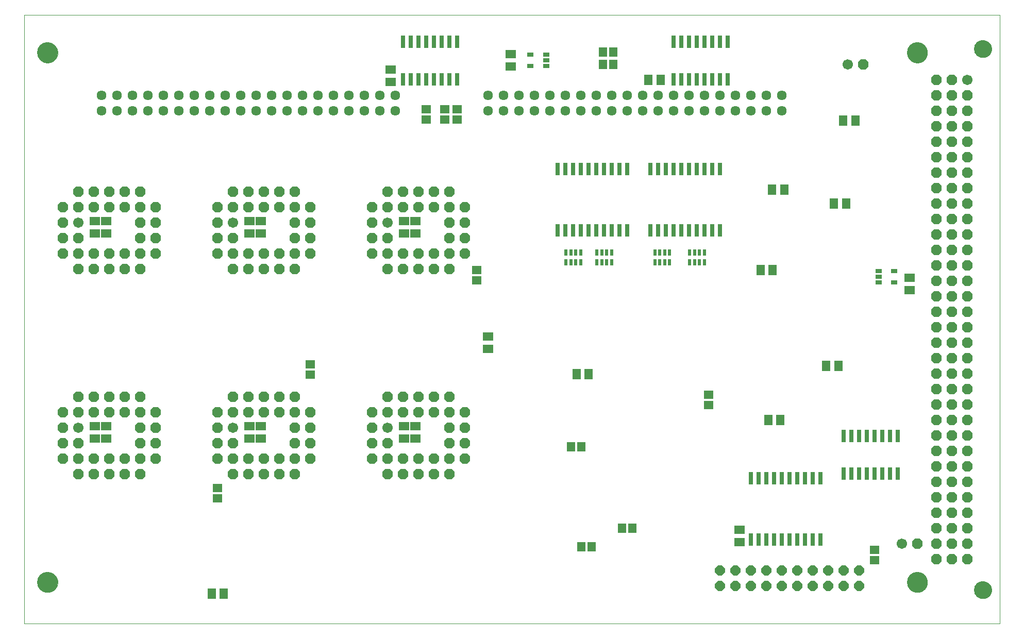
<source format=gbs>
G75*
%MOIN*%
%OFA0B0*%
%FSLAX25Y25*%
%IPPOS*%
%LPD*%
%AMOC8*
5,1,8,0,0,1.08239X$1,22.5*
%
%ADD10R,0.03000X0.08400*%
%ADD11C,0.06700*%
%ADD12OC8,0.06700*%
%ADD13R,0.06699X0.05518*%
%ADD14R,0.06306X0.05518*%
%ADD15R,0.05518X0.06306*%
%ADD16C,0.00000*%
%ADD17C,0.11400*%
%ADD18R,0.04298X0.03117*%
%ADD19R,0.05518X0.06699*%
%ADD20C,0.06337*%
%ADD21C,0.13400*%
%ADD22R,0.02362X0.03937*%
%ADD23OC8,0.06337*%
D10*
X0393333Y0328800D03*
X0398333Y0328800D03*
X0403333Y0328800D03*
X0408333Y0328800D03*
X0413333Y0328800D03*
X0418333Y0328800D03*
X0423333Y0328800D03*
X0428333Y0328800D03*
X0433333Y0328800D03*
X0438333Y0328800D03*
X0453333Y0328800D03*
X0458333Y0328800D03*
X0463333Y0328800D03*
X0468333Y0328800D03*
X0473333Y0328800D03*
X0478333Y0328800D03*
X0483333Y0328800D03*
X0488333Y0328800D03*
X0493333Y0328800D03*
X0498333Y0328800D03*
X0498333Y0368400D03*
X0493333Y0368400D03*
X0488333Y0368400D03*
X0483333Y0368400D03*
X0478333Y0368400D03*
X0473333Y0368400D03*
X0468333Y0368400D03*
X0463333Y0368400D03*
X0458333Y0368400D03*
X0453333Y0368400D03*
X0438333Y0368400D03*
X0433333Y0368400D03*
X0428333Y0368400D03*
X0423333Y0368400D03*
X0418333Y0368400D03*
X0413333Y0368400D03*
X0408333Y0368400D03*
X0403333Y0368400D03*
X0398333Y0368400D03*
X0393333Y0368400D03*
X0328333Y0426500D03*
X0323333Y0426500D03*
X0318333Y0426500D03*
X0313333Y0426500D03*
X0308333Y0426500D03*
X0303333Y0426500D03*
X0298333Y0426500D03*
X0293333Y0426500D03*
X0293333Y0450700D03*
X0298333Y0450700D03*
X0303333Y0450700D03*
X0308333Y0450700D03*
X0313333Y0450700D03*
X0318333Y0450700D03*
X0323333Y0450700D03*
X0328333Y0450700D03*
X0468333Y0450700D03*
X0473333Y0450700D03*
X0478333Y0450700D03*
X0483333Y0450700D03*
X0488333Y0450700D03*
X0493333Y0450700D03*
X0498333Y0450700D03*
X0503333Y0450700D03*
X0503333Y0426500D03*
X0498333Y0426500D03*
X0493333Y0426500D03*
X0488333Y0426500D03*
X0483333Y0426500D03*
X0478333Y0426500D03*
X0473333Y0426500D03*
X0468333Y0426500D03*
X0578333Y0195700D03*
X0583333Y0195700D03*
X0588333Y0195700D03*
X0593333Y0195700D03*
X0598333Y0195700D03*
X0603333Y0195700D03*
X0608333Y0195700D03*
X0613333Y0195700D03*
X0613333Y0171500D03*
X0608333Y0171500D03*
X0603333Y0171500D03*
X0598333Y0171500D03*
X0593333Y0171500D03*
X0588333Y0171500D03*
X0583333Y0171500D03*
X0578333Y0171500D03*
X0563333Y0168400D03*
X0558333Y0168400D03*
X0553333Y0168400D03*
X0548333Y0168400D03*
X0543333Y0168400D03*
X0538333Y0168400D03*
X0533333Y0168400D03*
X0528333Y0168400D03*
X0523333Y0168400D03*
X0518333Y0168400D03*
X0518333Y0128800D03*
X0523333Y0128800D03*
X0528333Y0128800D03*
X0533333Y0128800D03*
X0538333Y0128800D03*
X0543333Y0128800D03*
X0548333Y0128800D03*
X0553333Y0128800D03*
X0558333Y0128800D03*
X0563333Y0128800D03*
D11*
X0615833Y0126100D03*
X0283333Y0201100D03*
X0183333Y0201100D03*
X0083333Y0201100D03*
X0083333Y0333600D03*
X0183333Y0333600D03*
X0283333Y0333600D03*
X0580833Y0436100D03*
X0658333Y0426100D03*
D12*
X0648333Y0426100D03*
X0638333Y0426100D03*
X0638333Y0416100D03*
X0638333Y0406100D03*
X0638333Y0396100D03*
X0638333Y0386100D03*
X0638333Y0376100D03*
X0638333Y0366100D03*
X0638333Y0356100D03*
X0638333Y0346100D03*
X0638333Y0336100D03*
X0638333Y0326100D03*
X0638333Y0316100D03*
X0638333Y0306100D03*
X0638333Y0296100D03*
X0638333Y0286100D03*
X0638333Y0276100D03*
X0638333Y0266100D03*
X0638333Y0256100D03*
X0638333Y0246100D03*
X0638333Y0236100D03*
X0638333Y0226100D03*
X0638333Y0216100D03*
X0638333Y0206100D03*
X0638333Y0196100D03*
X0638333Y0186100D03*
X0638333Y0176100D03*
X0638333Y0166100D03*
X0638333Y0156100D03*
X0638333Y0146100D03*
X0638333Y0136100D03*
X0638333Y0126100D03*
X0625833Y0126100D03*
X0638333Y0116100D03*
X0648333Y0116100D03*
X0658333Y0116100D03*
X0658333Y0126100D03*
X0648333Y0126100D03*
X0648333Y0136100D03*
X0648333Y0146100D03*
X0658333Y0146100D03*
X0658333Y0136100D03*
X0658333Y0156100D03*
X0648333Y0156100D03*
X0648333Y0166100D03*
X0658333Y0166100D03*
X0658333Y0176100D03*
X0648333Y0176100D03*
X0648333Y0186100D03*
X0658333Y0186100D03*
X0658333Y0196100D03*
X0648333Y0196100D03*
X0648333Y0206100D03*
X0648333Y0216100D03*
X0658333Y0216100D03*
X0658333Y0206100D03*
X0658333Y0226100D03*
X0648333Y0226100D03*
X0648333Y0236100D03*
X0658333Y0236100D03*
X0658333Y0246100D03*
X0648333Y0246100D03*
X0648333Y0256100D03*
X0658333Y0256100D03*
X0658333Y0266100D03*
X0648333Y0266100D03*
X0648333Y0276100D03*
X0658333Y0276100D03*
X0658333Y0286100D03*
X0648333Y0286100D03*
X0648333Y0296100D03*
X0658333Y0296100D03*
X0658333Y0306100D03*
X0648333Y0306100D03*
X0648333Y0316100D03*
X0658333Y0316100D03*
X0658333Y0326100D03*
X0648333Y0326100D03*
X0648333Y0336100D03*
X0658333Y0336100D03*
X0658333Y0346100D03*
X0648333Y0346100D03*
X0648333Y0356100D03*
X0658333Y0356100D03*
X0658333Y0366100D03*
X0648333Y0366100D03*
X0648333Y0376100D03*
X0658333Y0376100D03*
X0658333Y0386100D03*
X0648333Y0386100D03*
X0648333Y0396100D03*
X0648333Y0406100D03*
X0658333Y0406100D03*
X0658333Y0396100D03*
X0658333Y0416100D03*
X0648333Y0416100D03*
X0590833Y0436100D03*
X0333333Y0343600D03*
X0323333Y0343600D03*
X0313333Y0343600D03*
X0303333Y0343600D03*
X0293333Y0343600D03*
X0283333Y0343600D03*
X0273333Y0343600D03*
X0273333Y0333600D03*
X0273333Y0323600D03*
X0283333Y0323600D03*
X0283333Y0313600D03*
X0273333Y0313600D03*
X0283333Y0303600D03*
X0293333Y0303600D03*
X0303333Y0303600D03*
X0303333Y0313600D03*
X0293333Y0313600D03*
X0313333Y0313600D03*
X0323333Y0313600D03*
X0333333Y0313600D03*
X0333333Y0323600D03*
X0323333Y0323600D03*
X0323333Y0333600D03*
X0333333Y0333600D03*
X0323333Y0353600D03*
X0313333Y0353600D03*
X0303333Y0353600D03*
X0293333Y0353600D03*
X0283333Y0353600D03*
X0233333Y0343600D03*
X0223333Y0343600D03*
X0213333Y0343600D03*
X0203333Y0343600D03*
X0193333Y0343600D03*
X0183333Y0343600D03*
X0173333Y0343600D03*
X0173333Y0333600D03*
X0173333Y0323600D03*
X0183333Y0323600D03*
X0183333Y0313600D03*
X0173333Y0313600D03*
X0183333Y0303600D03*
X0193333Y0303600D03*
X0203333Y0303600D03*
X0203333Y0313600D03*
X0193333Y0313600D03*
X0213333Y0313600D03*
X0223333Y0313600D03*
X0233333Y0313600D03*
X0233333Y0323600D03*
X0223333Y0323600D03*
X0223333Y0333600D03*
X0233333Y0333600D03*
X0223333Y0353600D03*
X0213333Y0353600D03*
X0203333Y0353600D03*
X0193333Y0353600D03*
X0183333Y0353600D03*
X0133333Y0343600D03*
X0123333Y0343600D03*
X0113333Y0343600D03*
X0103333Y0343600D03*
X0093333Y0343600D03*
X0083333Y0343600D03*
X0073333Y0343600D03*
X0073333Y0333600D03*
X0073333Y0323600D03*
X0083333Y0323600D03*
X0083333Y0313600D03*
X0073333Y0313600D03*
X0083333Y0303600D03*
X0093333Y0303600D03*
X0103333Y0303600D03*
X0113333Y0303600D03*
X0113333Y0313600D03*
X0103333Y0313600D03*
X0093333Y0313600D03*
X0123333Y0313600D03*
X0133333Y0313600D03*
X0133333Y0323600D03*
X0123333Y0323600D03*
X0123333Y0333600D03*
X0133333Y0333600D03*
X0123333Y0353600D03*
X0113333Y0353600D03*
X0103333Y0353600D03*
X0093333Y0353600D03*
X0083333Y0353600D03*
X0123333Y0303600D03*
X0213333Y0303600D03*
X0223333Y0303600D03*
X0313333Y0303600D03*
X0323333Y0303600D03*
X0323333Y0221100D03*
X0313333Y0221100D03*
X0303333Y0221100D03*
X0293333Y0221100D03*
X0283333Y0221100D03*
X0283333Y0211100D03*
X0273333Y0211100D03*
X0273333Y0201100D03*
X0273333Y0191100D03*
X0283333Y0191100D03*
X0283333Y0181100D03*
X0273333Y0181100D03*
X0283333Y0171100D03*
X0293333Y0171100D03*
X0303333Y0171100D03*
X0303333Y0181100D03*
X0293333Y0181100D03*
X0313333Y0181100D03*
X0323333Y0181100D03*
X0333333Y0181100D03*
X0333333Y0191100D03*
X0323333Y0191100D03*
X0323333Y0201100D03*
X0323333Y0211100D03*
X0313333Y0211100D03*
X0303333Y0211100D03*
X0293333Y0211100D03*
X0333333Y0211100D03*
X0333333Y0201100D03*
X0323333Y0171100D03*
X0313333Y0171100D03*
X0233333Y0181100D03*
X0223333Y0181100D03*
X0213333Y0181100D03*
X0203333Y0181100D03*
X0193333Y0181100D03*
X0183333Y0181100D03*
X0173333Y0181100D03*
X0173333Y0191100D03*
X0183333Y0191100D03*
X0173333Y0201100D03*
X0173333Y0211100D03*
X0183333Y0211100D03*
X0183333Y0221100D03*
X0193333Y0221100D03*
X0203333Y0221100D03*
X0203333Y0211100D03*
X0193333Y0211100D03*
X0213333Y0211100D03*
X0223333Y0211100D03*
X0223333Y0201100D03*
X0233333Y0201100D03*
X0233333Y0211100D03*
X0223333Y0221100D03*
X0213333Y0221100D03*
X0223333Y0191100D03*
X0233333Y0191100D03*
X0223333Y0171100D03*
X0213333Y0171100D03*
X0203333Y0171100D03*
X0193333Y0171100D03*
X0183333Y0171100D03*
X0133333Y0181100D03*
X0123333Y0181100D03*
X0113333Y0181100D03*
X0103333Y0181100D03*
X0093333Y0181100D03*
X0083333Y0181100D03*
X0073333Y0181100D03*
X0073333Y0191100D03*
X0083333Y0191100D03*
X0073333Y0201100D03*
X0073333Y0211100D03*
X0083333Y0211100D03*
X0083333Y0221100D03*
X0093333Y0221100D03*
X0103333Y0221100D03*
X0113333Y0221100D03*
X0113333Y0211100D03*
X0103333Y0211100D03*
X0093333Y0211100D03*
X0123333Y0211100D03*
X0123333Y0201100D03*
X0133333Y0201100D03*
X0133333Y0211100D03*
X0123333Y0221100D03*
X0123333Y0191100D03*
X0133333Y0191100D03*
X0123333Y0171100D03*
X0113333Y0171100D03*
X0103333Y0171100D03*
X0093333Y0171100D03*
X0083333Y0171100D03*
D13*
X0093833Y0194163D03*
X0101333Y0194163D03*
X0101333Y0202037D03*
X0093833Y0202037D03*
X0193833Y0202037D03*
X0201333Y0202037D03*
X0201333Y0194163D03*
X0193833Y0194163D03*
X0293833Y0194163D03*
X0301333Y0194163D03*
X0301333Y0202037D03*
X0293833Y0202037D03*
X0348333Y0252163D03*
X0348333Y0260037D03*
X0301333Y0326663D03*
X0293833Y0326663D03*
X0293833Y0334537D03*
X0301333Y0334537D03*
X0201333Y0334537D03*
X0193833Y0334537D03*
X0193833Y0326663D03*
X0201333Y0326663D03*
X0101333Y0326663D03*
X0093833Y0326663D03*
X0093833Y0334537D03*
X0101333Y0334537D03*
X0285333Y0424663D03*
X0285333Y0432537D03*
X0362833Y0434663D03*
X0362833Y0442537D03*
X0620833Y0298037D03*
X0620833Y0290163D03*
X0510833Y0135037D03*
X0510833Y0127163D03*
D14*
X0598333Y0121946D03*
X0598333Y0115254D03*
X0490833Y0215754D03*
X0490833Y0222446D03*
X0340833Y0296254D03*
X0340833Y0302946D03*
X0233333Y0241946D03*
X0233333Y0235254D03*
X0173333Y0161946D03*
X0173333Y0155254D03*
X0308333Y0400254D03*
X0308333Y0406946D03*
X0320333Y0406946D03*
X0328333Y0406946D03*
X0328333Y0400254D03*
X0320333Y0400254D03*
D15*
X0422487Y0436100D03*
X0429180Y0436100D03*
X0429180Y0444100D03*
X0422487Y0444100D03*
X0408680Y0188600D03*
X0401987Y0188600D03*
X0434987Y0136100D03*
X0441680Y0136100D03*
X0415180Y0124100D03*
X0408487Y0124100D03*
D16*
X0048333Y0074200D02*
X0048333Y0468000D01*
X0679333Y0468000D01*
X0679333Y0074200D01*
X0048333Y0074200D01*
X0056833Y0101100D02*
X0056835Y0101261D01*
X0056841Y0101421D01*
X0056851Y0101582D01*
X0056865Y0101742D01*
X0056883Y0101902D01*
X0056904Y0102061D01*
X0056930Y0102220D01*
X0056960Y0102378D01*
X0056993Y0102535D01*
X0057031Y0102692D01*
X0057072Y0102847D01*
X0057117Y0103001D01*
X0057166Y0103154D01*
X0057219Y0103306D01*
X0057275Y0103457D01*
X0057336Y0103606D01*
X0057399Y0103754D01*
X0057467Y0103900D01*
X0057538Y0104044D01*
X0057612Y0104186D01*
X0057690Y0104327D01*
X0057772Y0104465D01*
X0057857Y0104602D01*
X0057945Y0104736D01*
X0058037Y0104868D01*
X0058132Y0104998D01*
X0058230Y0105126D01*
X0058331Y0105251D01*
X0058435Y0105373D01*
X0058542Y0105493D01*
X0058652Y0105610D01*
X0058765Y0105725D01*
X0058881Y0105836D01*
X0059000Y0105945D01*
X0059121Y0106050D01*
X0059245Y0106153D01*
X0059371Y0106253D01*
X0059499Y0106349D01*
X0059630Y0106442D01*
X0059764Y0106532D01*
X0059899Y0106619D01*
X0060037Y0106702D01*
X0060176Y0106782D01*
X0060318Y0106858D01*
X0060461Y0106931D01*
X0060606Y0107000D01*
X0060753Y0107066D01*
X0060901Y0107128D01*
X0061051Y0107186D01*
X0061202Y0107241D01*
X0061355Y0107292D01*
X0061509Y0107339D01*
X0061664Y0107382D01*
X0061820Y0107421D01*
X0061976Y0107457D01*
X0062134Y0107488D01*
X0062292Y0107516D01*
X0062451Y0107540D01*
X0062611Y0107560D01*
X0062771Y0107576D01*
X0062931Y0107588D01*
X0063092Y0107596D01*
X0063253Y0107600D01*
X0063413Y0107600D01*
X0063574Y0107596D01*
X0063735Y0107588D01*
X0063895Y0107576D01*
X0064055Y0107560D01*
X0064215Y0107540D01*
X0064374Y0107516D01*
X0064532Y0107488D01*
X0064690Y0107457D01*
X0064846Y0107421D01*
X0065002Y0107382D01*
X0065157Y0107339D01*
X0065311Y0107292D01*
X0065464Y0107241D01*
X0065615Y0107186D01*
X0065765Y0107128D01*
X0065913Y0107066D01*
X0066060Y0107000D01*
X0066205Y0106931D01*
X0066348Y0106858D01*
X0066490Y0106782D01*
X0066629Y0106702D01*
X0066767Y0106619D01*
X0066902Y0106532D01*
X0067036Y0106442D01*
X0067167Y0106349D01*
X0067295Y0106253D01*
X0067421Y0106153D01*
X0067545Y0106050D01*
X0067666Y0105945D01*
X0067785Y0105836D01*
X0067901Y0105725D01*
X0068014Y0105610D01*
X0068124Y0105493D01*
X0068231Y0105373D01*
X0068335Y0105251D01*
X0068436Y0105126D01*
X0068534Y0104998D01*
X0068629Y0104868D01*
X0068721Y0104736D01*
X0068809Y0104602D01*
X0068894Y0104465D01*
X0068976Y0104327D01*
X0069054Y0104186D01*
X0069128Y0104044D01*
X0069199Y0103900D01*
X0069267Y0103754D01*
X0069330Y0103606D01*
X0069391Y0103457D01*
X0069447Y0103306D01*
X0069500Y0103154D01*
X0069549Y0103001D01*
X0069594Y0102847D01*
X0069635Y0102692D01*
X0069673Y0102535D01*
X0069706Y0102378D01*
X0069736Y0102220D01*
X0069762Y0102061D01*
X0069783Y0101902D01*
X0069801Y0101742D01*
X0069815Y0101582D01*
X0069825Y0101421D01*
X0069831Y0101261D01*
X0069833Y0101100D01*
X0069831Y0100939D01*
X0069825Y0100779D01*
X0069815Y0100618D01*
X0069801Y0100458D01*
X0069783Y0100298D01*
X0069762Y0100139D01*
X0069736Y0099980D01*
X0069706Y0099822D01*
X0069673Y0099665D01*
X0069635Y0099508D01*
X0069594Y0099353D01*
X0069549Y0099199D01*
X0069500Y0099046D01*
X0069447Y0098894D01*
X0069391Y0098743D01*
X0069330Y0098594D01*
X0069267Y0098446D01*
X0069199Y0098300D01*
X0069128Y0098156D01*
X0069054Y0098014D01*
X0068976Y0097873D01*
X0068894Y0097735D01*
X0068809Y0097598D01*
X0068721Y0097464D01*
X0068629Y0097332D01*
X0068534Y0097202D01*
X0068436Y0097074D01*
X0068335Y0096949D01*
X0068231Y0096827D01*
X0068124Y0096707D01*
X0068014Y0096590D01*
X0067901Y0096475D01*
X0067785Y0096364D01*
X0067666Y0096255D01*
X0067545Y0096150D01*
X0067421Y0096047D01*
X0067295Y0095947D01*
X0067167Y0095851D01*
X0067036Y0095758D01*
X0066902Y0095668D01*
X0066767Y0095581D01*
X0066629Y0095498D01*
X0066490Y0095418D01*
X0066348Y0095342D01*
X0066205Y0095269D01*
X0066060Y0095200D01*
X0065913Y0095134D01*
X0065765Y0095072D01*
X0065615Y0095014D01*
X0065464Y0094959D01*
X0065311Y0094908D01*
X0065157Y0094861D01*
X0065002Y0094818D01*
X0064846Y0094779D01*
X0064690Y0094743D01*
X0064532Y0094712D01*
X0064374Y0094684D01*
X0064215Y0094660D01*
X0064055Y0094640D01*
X0063895Y0094624D01*
X0063735Y0094612D01*
X0063574Y0094604D01*
X0063413Y0094600D01*
X0063253Y0094600D01*
X0063092Y0094604D01*
X0062931Y0094612D01*
X0062771Y0094624D01*
X0062611Y0094640D01*
X0062451Y0094660D01*
X0062292Y0094684D01*
X0062134Y0094712D01*
X0061976Y0094743D01*
X0061820Y0094779D01*
X0061664Y0094818D01*
X0061509Y0094861D01*
X0061355Y0094908D01*
X0061202Y0094959D01*
X0061051Y0095014D01*
X0060901Y0095072D01*
X0060753Y0095134D01*
X0060606Y0095200D01*
X0060461Y0095269D01*
X0060318Y0095342D01*
X0060176Y0095418D01*
X0060037Y0095498D01*
X0059899Y0095581D01*
X0059764Y0095668D01*
X0059630Y0095758D01*
X0059499Y0095851D01*
X0059371Y0095947D01*
X0059245Y0096047D01*
X0059121Y0096150D01*
X0059000Y0096255D01*
X0058881Y0096364D01*
X0058765Y0096475D01*
X0058652Y0096590D01*
X0058542Y0096707D01*
X0058435Y0096827D01*
X0058331Y0096949D01*
X0058230Y0097074D01*
X0058132Y0097202D01*
X0058037Y0097332D01*
X0057945Y0097464D01*
X0057857Y0097598D01*
X0057772Y0097735D01*
X0057690Y0097873D01*
X0057612Y0098014D01*
X0057538Y0098156D01*
X0057467Y0098300D01*
X0057399Y0098446D01*
X0057336Y0098594D01*
X0057275Y0098743D01*
X0057219Y0098894D01*
X0057166Y0099046D01*
X0057117Y0099199D01*
X0057072Y0099353D01*
X0057031Y0099508D01*
X0056993Y0099665D01*
X0056960Y0099822D01*
X0056930Y0099980D01*
X0056904Y0100139D01*
X0056883Y0100298D01*
X0056865Y0100458D01*
X0056851Y0100618D01*
X0056841Y0100779D01*
X0056835Y0100939D01*
X0056833Y0101100D01*
X0056833Y0443600D02*
X0056835Y0443761D01*
X0056841Y0443921D01*
X0056851Y0444082D01*
X0056865Y0444242D01*
X0056883Y0444402D01*
X0056904Y0444561D01*
X0056930Y0444720D01*
X0056960Y0444878D01*
X0056993Y0445035D01*
X0057031Y0445192D01*
X0057072Y0445347D01*
X0057117Y0445501D01*
X0057166Y0445654D01*
X0057219Y0445806D01*
X0057275Y0445957D01*
X0057336Y0446106D01*
X0057399Y0446254D01*
X0057467Y0446400D01*
X0057538Y0446544D01*
X0057612Y0446686D01*
X0057690Y0446827D01*
X0057772Y0446965D01*
X0057857Y0447102D01*
X0057945Y0447236D01*
X0058037Y0447368D01*
X0058132Y0447498D01*
X0058230Y0447626D01*
X0058331Y0447751D01*
X0058435Y0447873D01*
X0058542Y0447993D01*
X0058652Y0448110D01*
X0058765Y0448225D01*
X0058881Y0448336D01*
X0059000Y0448445D01*
X0059121Y0448550D01*
X0059245Y0448653D01*
X0059371Y0448753D01*
X0059499Y0448849D01*
X0059630Y0448942D01*
X0059764Y0449032D01*
X0059899Y0449119D01*
X0060037Y0449202D01*
X0060176Y0449282D01*
X0060318Y0449358D01*
X0060461Y0449431D01*
X0060606Y0449500D01*
X0060753Y0449566D01*
X0060901Y0449628D01*
X0061051Y0449686D01*
X0061202Y0449741D01*
X0061355Y0449792D01*
X0061509Y0449839D01*
X0061664Y0449882D01*
X0061820Y0449921D01*
X0061976Y0449957D01*
X0062134Y0449988D01*
X0062292Y0450016D01*
X0062451Y0450040D01*
X0062611Y0450060D01*
X0062771Y0450076D01*
X0062931Y0450088D01*
X0063092Y0450096D01*
X0063253Y0450100D01*
X0063413Y0450100D01*
X0063574Y0450096D01*
X0063735Y0450088D01*
X0063895Y0450076D01*
X0064055Y0450060D01*
X0064215Y0450040D01*
X0064374Y0450016D01*
X0064532Y0449988D01*
X0064690Y0449957D01*
X0064846Y0449921D01*
X0065002Y0449882D01*
X0065157Y0449839D01*
X0065311Y0449792D01*
X0065464Y0449741D01*
X0065615Y0449686D01*
X0065765Y0449628D01*
X0065913Y0449566D01*
X0066060Y0449500D01*
X0066205Y0449431D01*
X0066348Y0449358D01*
X0066490Y0449282D01*
X0066629Y0449202D01*
X0066767Y0449119D01*
X0066902Y0449032D01*
X0067036Y0448942D01*
X0067167Y0448849D01*
X0067295Y0448753D01*
X0067421Y0448653D01*
X0067545Y0448550D01*
X0067666Y0448445D01*
X0067785Y0448336D01*
X0067901Y0448225D01*
X0068014Y0448110D01*
X0068124Y0447993D01*
X0068231Y0447873D01*
X0068335Y0447751D01*
X0068436Y0447626D01*
X0068534Y0447498D01*
X0068629Y0447368D01*
X0068721Y0447236D01*
X0068809Y0447102D01*
X0068894Y0446965D01*
X0068976Y0446827D01*
X0069054Y0446686D01*
X0069128Y0446544D01*
X0069199Y0446400D01*
X0069267Y0446254D01*
X0069330Y0446106D01*
X0069391Y0445957D01*
X0069447Y0445806D01*
X0069500Y0445654D01*
X0069549Y0445501D01*
X0069594Y0445347D01*
X0069635Y0445192D01*
X0069673Y0445035D01*
X0069706Y0444878D01*
X0069736Y0444720D01*
X0069762Y0444561D01*
X0069783Y0444402D01*
X0069801Y0444242D01*
X0069815Y0444082D01*
X0069825Y0443921D01*
X0069831Y0443761D01*
X0069833Y0443600D01*
X0069831Y0443439D01*
X0069825Y0443279D01*
X0069815Y0443118D01*
X0069801Y0442958D01*
X0069783Y0442798D01*
X0069762Y0442639D01*
X0069736Y0442480D01*
X0069706Y0442322D01*
X0069673Y0442165D01*
X0069635Y0442008D01*
X0069594Y0441853D01*
X0069549Y0441699D01*
X0069500Y0441546D01*
X0069447Y0441394D01*
X0069391Y0441243D01*
X0069330Y0441094D01*
X0069267Y0440946D01*
X0069199Y0440800D01*
X0069128Y0440656D01*
X0069054Y0440514D01*
X0068976Y0440373D01*
X0068894Y0440235D01*
X0068809Y0440098D01*
X0068721Y0439964D01*
X0068629Y0439832D01*
X0068534Y0439702D01*
X0068436Y0439574D01*
X0068335Y0439449D01*
X0068231Y0439327D01*
X0068124Y0439207D01*
X0068014Y0439090D01*
X0067901Y0438975D01*
X0067785Y0438864D01*
X0067666Y0438755D01*
X0067545Y0438650D01*
X0067421Y0438547D01*
X0067295Y0438447D01*
X0067167Y0438351D01*
X0067036Y0438258D01*
X0066902Y0438168D01*
X0066767Y0438081D01*
X0066629Y0437998D01*
X0066490Y0437918D01*
X0066348Y0437842D01*
X0066205Y0437769D01*
X0066060Y0437700D01*
X0065913Y0437634D01*
X0065765Y0437572D01*
X0065615Y0437514D01*
X0065464Y0437459D01*
X0065311Y0437408D01*
X0065157Y0437361D01*
X0065002Y0437318D01*
X0064846Y0437279D01*
X0064690Y0437243D01*
X0064532Y0437212D01*
X0064374Y0437184D01*
X0064215Y0437160D01*
X0064055Y0437140D01*
X0063895Y0437124D01*
X0063735Y0437112D01*
X0063574Y0437104D01*
X0063413Y0437100D01*
X0063253Y0437100D01*
X0063092Y0437104D01*
X0062931Y0437112D01*
X0062771Y0437124D01*
X0062611Y0437140D01*
X0062451Y0437160D01*
X0062292Y0437184D01*
X0062134Y0437212D01*
X0061976Y0437243D01*
X0061820Y0437279D01*
X0061664Y0437318D01*
X0061509Y0437361D01*
X0061355Y0437408D01*
X0061202Y0437459D01*
X0061051Y0437514D01*
X0060901Y0437572D01*
X0060753Y0437634D01*
X0060606Y0437700D01*
X0060461Y0437769D01*
X0060318Y0437842D01*
X0060176Y0437918D01*
X0060037Y0437998D01*
X0059899Y0438081D01*
X0059764Y0438168D01*
X0059630Y0438258D01*
X0059499Y0438351D01*
X0059371Y0438447D01*
X0059245Y0438547D01*
X0059121Y0438650D01*
X0059000Y0438755D01*
X0058881Y0438864D01*
X0058765Y0438975D01*
X0058652Y0439090D01*
X0058542Y0439207D01*
X0058435Y0439327D01*
X0058331Y0439449D01*
X0058230Y0439574D01*
X0058132Y0439702D01*
X0058037Y0439832D01*
X0057945Y0439964D01*
X0057857Y0440098D01*
X0057772Y0440235D01*
X0057690Y0440373D01*
X0057612Y0440514D01*
X0057538Y0440656D01*
X0057467Y0440800D01*
X0057399Y0440946D01*
X0057336Y0441094D01*
X0057275Y0441243D01*
X0057219Y0441394D01*
X0057166Y0441546D01*
X0057117Y0441699D01*
X0057072Y0441853D01*
X0057031Y0442008D01*
X0056993Y0442165D01*
X0056960Y0442322D01*
X0056930Y0442480D01*
X0056904Y0442639D01*
X0056883Y0442798D01*
X0056865Y0442958D01*
X0056851Y0443118D01*
X0056841Y0443279D01*
X0056835Y0443439D01*
X0056833Y0443600D01*
X0619333Y0443600D02*
X0619335Y0443761D01*
X0619341Y0443921D01*
X0619351Y0444082D01*
X0619365Y0444242D01*
X0619383Y0444402D01*
X0619404Y0444561D01*
X0619430Y0444720D01*
X0619460Y0444878D01*
X0619493Y0445035D01*
X0619531Y0445192D01*
X0619572Y0445347D01*
X0619617Y0445501D01*
X0619666Y0445654D01*
X0619719Y0445806D01*
X0619775Y0445957D01*
X0619836Y0446106D01*
X0619899Y0446254D01*
X0619967Y0446400D01*
X0620038Y0446544D01*
X0620112Y0446686D01*
X0620190Y0446827D01*
X0620272Y0446965D01*
X0620357Y0447102D01*
X0620445Y0447236D01*
X0620537Y0447368D01*
X0620632Y0447498D01*
X0620730Y0447626D01*
X0620831Y0447751D01*
X0620935Y0447873D01*
X0621042Y0447993D01*
X0621152Y0448110D01*
X0621265Y0448225D01*
X0621381Y0448336D01*
X0621500Y0448445D01*
X0621621Y0448550D01*
X0621745Y0448653D01*
X0621871Y0448753D01*
X0621999Y0448849D01*
X0622130Y0448942D01*
X0622264Y0449032D01*
X0622399Y0449119D01*
X0622537Y0449202D01*
X0622676Y0449282D01*
X0622818Y0449358D01*
X0622961Y0449431D01*
X0623106Y0449500D01*
X0623253Y0449566D01*
X0623401Y0449628D01*
X0623551Y0449686D01*
X0623702Y0449741D01*
X0623855Y0449792D01*
X0624009Y0449839D01*
X0624164Y0449882D01*
X0624320Y0449921D01*
X0624476Y0449957D01*
X0624634Y0449988D01*
X0624792Y0450016D01*
X0624951Y0450040D01*
X0625111Y0450060D01*
X0625271Y0450076D01*
X0625431Y0450088D01*
X0625592Y0450096D01*
X0625753Y0450100D01*
X0625913Y0450100D01*
X0626074Y0450096D01*
X0626235Y0450088D01*
X0626395Y0450076D01*
X0626555Y0450060D01*
X0626715Y0450040D01*
X0626874Y0450016D01*
X0627032Y0449988D01*
X0627190Y0449957D01*
X0627346Y0449921D01*
X0627502Y0449882D01*
X0627657Y0449839D01*
X0627811Y0449792D01*
X0627964Y0449741D01*
X0628115Y0449686D01*
X0628265Y0449628D01*
X0628413Y0449566D01*
X0628560Y0449500D01*
X0628705Y0449431D01*
X0628848Y0449358D01*
X0628990Y0449282D01*
X0629129Y0449202D01*
X0629267Y0449119D01*
X0629402Y0449032D01*
X0629536Y0448942D01*
X0629667Y0448849D01*
X0629795Y0448753D01*
X0629921Y0448653D01*
X0630045Y0448550D01*
X0630166Y0448445D01*
X0630285Y0448336D01*
X0630401Y0448225D01*
X0630514Y0448110D01*
X0630624Y0447993D01*
X0630731Y0447873D01*
X0630835Y0447751D01*
X0630936Y0447626D01*
X0631034Y0447498D01*
X0631129Y0447368D01*
X0631221Y0447236D01*
X0631309Y0447102D01*
X0631394Y0446965D01*
X0631476Y0446827D01*
X0631554Y0446686D01*
X0631628Y0446544D01*
X0631699Y0446400D01*
X0631767Y0446254D01*
X0631830Y0446106D01*
X0631891Y0445957D01*
X0631947Y0445806D01*
X0632000Y0445654D01*
X0632049Y0445501D01*
X0632094Y0445347D01*
X0632135Y0445192D01*
X0632173Y0445035D01*
X0632206Y0444878D01*
X0632236Y0444720D01*
X0632262Y0444561D01*
X0632283Y0444402D01*
X0632301Y0444242D01*
X0632315Y0444082D01*
X0632325Y0443921D01*
X0632331Y0443761D01*
X0632333Y0443600D01*
X0632331Y0443439D01*
X0632325Y0443279D01*
X0632315Y0443118D01*
X0632301Y0442958D01*
X0632283Y0442798D01*
X0632262Y0442639D01*
X0632236Y0442480D01*
X0632206Y0442322D01*
X0632173Y0442165D01*
X0632135Y0442008D01*
X0632094Y0441853D01*
X0632049Y0441699D01*
X0632000Y0441546D01*
X0631947Y0441394D01*
X0631891Y0441243D01*
X0631830Y0441094D01*
X0631767Y0440946D01*
X0631699Y0440800D01*
X0631628Y0440656D01*
X0631554Y0440514D01*
X0631476Y0440373D01*
X0631394Y0440235D01*
X0631309Y0440098D01*
X0631221Y0439964D01*
X0631129Y0439832D01*
X0631034Y0439702D01*
X0630936Y0439574D01*
X0630835Y0439449D01*
X0630731Y0439327D01*
X0630624Y0439207D01*
X0630514Y0439090D01*
X0630401Y0438975D01*
X0630285Y0438864D01*
X0630166Y0438755D01*
X0630045Y0438650D01*
X0629921Y0438547D01*
X0629795Y0438447D01*
X0629667Y0438351D01*
X0629536Y0438258D01*
X0629402Y0438168D01*
X0629267Y0438081D01*
X0629129Y0437998D01*
X0628990Y0437918D01*
X0628848Y0437842D01*
X0628705Y0437769D01*
X0628560Y0437700D01*
X0628413Y0437634D01*
X0628265Y0437572D01*
X0628115Y0437514D01*
X0627964Y0437459D01*
X0627811Y0437408D01*
X0627657Y0437361D01*
X0627502Y0437318D01*
X0627346Y0437279D01*
X0627190Y0437243D01*
X0627032Y0437212D01*
X0626874Y0437184D01*
X0626715Y0437160D01*
X0626555Y0437140D01*
X0626395Y0437124D01*
X0626235Y0437112D01*
X0626074Y0437104D01*
X0625913Y0437100D01*
X0625753Y0437100D01*
X0625592Y0437104D01*
X0625431Y0437112D01*
X0625271Y0437124D01*
X0625111Y0437140D01*
X0624951Y0437160D01*
X0624792Y0437184D01*
X0624634Y0437212D01*
X0624476Y0437243D01*
X0624320Y0437279D01*
X0624164Y0437318D01*
X0624009Y0437361D01*
X0623855Y0437408D01*
X0623702Y0437459D01*
X0623551Y0437514D01*
X0623401Y0437572D01*
X0623253Y0437634D01*
X0623106Y0437700D01*
X0622961Y0437769D01*
X0622818Y0437842D01*
X0622676Y0437918D01*
X0622537Y0437998D01*
X0622399Y0438081D01*
X0622264Y0438168D01*
X0622130Y0438258D01*
X0621999Y0438351D01*
X0621871Y0438447D01*
X0621745Y0438547D01*
X0621621Y0438650D01*
X0621500Y0438755D01*
X0621381Y0438864D01*
X0621265Y0438975D01*
X0621152Y0439090D01*
X0621042Y0439207D01*
X0620935Y0439327D01*
X0620831Y0439449D01*
X0620730Y0439574D01*
X0620632Y0439702D01*
X0620537Y0439832D01*
X0620445Y0439964D01*
X0620357Y0440098D01*
X0620272Y0440235D01*
X0620190Y0440373D01*
X0620112Y0440514D01*
X0620038Y0440656D01*
X0619967Y0440800D01*
X0619899Y0440946D01*
X0619836Y0441094D01*
X0619775Y0441243D01*
X0619719Y0441394D01*
X0619666Y0441546D01*
X0619617Y0441699D01*
X0619572Y0441853D01*
X0619531Y0442008D01*
X0619493Y0442165D01*
X0619460Y0442322D01*
X0619430Y0442480D01*
X0619404Y0442639D01*
X0619383Y0442798D01*
X0619365Y0442958D01*
X0619351Y0443118D01*
X0619341Y0443279D01*
X0619335Y0443439D01*
X0619333Y0443600D01*
X0662833Y0446100D02*
X0662835Y0446248D01*
X0662841Y0446396D01*
X0662851Y0446544D01*
X0662865Y0446692D01*
X0662883Y0446839D01*
X0662905Y0446986D01*
X0662931Y0447132D01*
X0662960Y0447277D01*
X0662994Y0447422D01*
X0663032Y0447565D01*
X0663073Y0447708D01*
X0663118Y0447849D01*
X0663168Y0447989D01*
X0663220Y0448127D01*
X0663277Y0448265D01*
X0663337Y0448400D01*
X0663401Y0448534D01*
X0663468Y0448666D01*
X0663539Y0448796D01*
X0663614Y0448925D01*
X0663692Y0449051D01*
X0663773Y0449175D01*
X0663857Y0449297D01*
X0663945Y0449416D01*
X0664036Y0449533D01*
X0664130Y0449648D01*
X0664228Y0449760D01*
X0664328Y0449869D01*
X0664431Y0449976D01*
X0664537Y0450080D01*
X0664645Y0450181D01*
X0664757Y0450279D01*
X0664871Y0450374D01*
X0664987Y0450465D01*
X0665106Y0450554D01*
X0665227Y0450639D01*
X0665351Y0450721D01*
X0665477Y0450800D01*
X0665604Y0450875D01*
X0665734Y0450947D01*
X0665866Y0451016D01*
X0665999Y0451080D01*
X0666134Y0451141D01*
X0666271Y0451199D01*
X0666409Y0451253D01*
X0666549Y0451303D01*
X0666690Y0451349D01*
X0666832Y0451391D01*
X0666975Y0451430D01*
X0667119Y0451464D01*
X0667265Y0451495D01*
X0667410Y0451522D01*
X0667557Y0451545D01*
X0667704Y0451564D01*
X0667852Y0451579D01*
X0667999Y0451590D01*
X0668148Y0451597D01*
X0668296Y0451600D01*
X0668444Y0451599D01*
X0668592Y0451594D01*
X0668740Y0451585D01*
X0668888Y0451572D01*
X0669036Y0451555D01*
X0669182Y0451534D01*
X0669329Y0451509D01*
X0669474Y0451480D01*
X0669619Y0451448D01*
X0669762Y0451411D01*
X0669905Y0451371D01*
X0670047Y0451326D01*
X0670187Y0451278D01*
X0670326Y0451226D01*
X0670463Y0451171D01*
X0670599Y0451111D01*
X0670734Y0451048D01*
X0670866Y0450982D01*
X0670997Y0450912D01*
X0671126Y0450838D01*
X0671252Y0450761D01*
X0671377Y0450681D01*
X0671499Y0450597D01*
X0671620Y0450510D01*
X0671737Y0450420D01*
X0671853Y0450326D01*
X0671965Y0450230D01*
X0672075Y0450131D01*
X0672183Y0450028D01*
X0672287Y0449923D01*
X0672389Y0449815D01*
X0672487Y0449704D01*
X0672583Y0449591D01*
X0672676Y0449475D01*
X0672765Y0449357D01*
X0672851Y0449236D01*
X0672934Y0449113D01*
X0673014Y0448988D01*
X0673090Y0448861D01*
X0673163Y0448731D01*
X0673232Y0448600D01*
X0673297Y0448467D01*
X0673360Y0448333D01*
X0673418Y0448196D01*
X0673473Y0448058D01*
X0673523Y0447919D01*
X0673571Y0447778D01*
X0673614Y0447637D01*
X0673654Y0447494D01*
X0673689Y0447350D01*
X0673721Y0447205D01*
X0673749Y0447059D01*
X0673773Y0446913D01*
X0673793Y0446766D01*
X0673809Y0446618D01*
X0673821Y0446471D01*
X0673829Y0446322D01*
X0673833Y0446174D01*
X0673833Y0446026D01*
X0673829Y0445878D01*
X0673821Y0445729D01*
X0673809Y0445582D01*
X0673793Y0445434D01*
X0673773Y0445287D01*
X0673749Y0445141D01*
X0673721Y0444995D01*
X0673689Y0444850D01*
X0673654Y0444706D01*
X0673614Y0444563D01*
X0673571Y0444422D01*
X0673523Y0444281D01*
X0673473Y0444142D01*
X0673418Y0444004D01*
X0673360Y0443867D01*
X0673297Y0443733D01*
X0673232Y0443600D01*
X0673163Y0443469D01*
X0673090Y0443339D01*
X0673014Y0443212D01*
X0672934Y0443087D01*
X0672851Y0442964D01*
X0672765Y0442843D01*
X0672676Y0442725D01*
X0672583Y0442609D01*
X0672487Y0442496D01*
X0672389Y0442385D01*
X0672287Y0442277D01*
X0672183Y0442172D01*
X0672075Y0442069D01*
X0671965Y0441970D01*
X0671853Y0441874D01*
X0671737Y0441780D01*
X0671620Y0441690D01*
X0671499Y0441603D01*
X0671377Y0441519D01*
X0671252Y0441439D01*
X0671126Y0441362D01*
X0670997Y0441288D01*
X0670866Y0441218D01*
X0670734Y0441152D01*
X0670599Y0441089D01*
X0670463Y0441029D01*
X0670326Y0440974D01*
X0670187Y0440922D01*
X0670047Y0440874D01*
X0669905Y0440829D01*
X0669762Y0440789D01*
X0669619Y0440752D01*
X0669474Y0440720D01*
X0669329Y0440691D01*
X0669182Y0440666D01*
X0669036Y0440645D01*
X0668888Y0440628D01*
X0668740Y0440615D01*
X0668592Y0440606D01*
X0668444Y0440601D01*
X0668296Y0440600D01*
X0668148Y0440603D01*
X0667999Y0440610D01*
X0667852Y0440621D01*
X0667704Y0440636D01*
X0667557Y0440655D01*
X0667410Y0440678D01*
X0667265Y0440705D01*
X0667119Y0440736D01*
X0666975Y0440770D01*
X0666832Y0440809D01*
X0666690Y0440851D01*
X0666549Y0440897D01*
X0666409Y0440947D01*
X0666271Y0441001D01*
X0666134Y0441059D01*
X0665999Y0441120D01*
X0665866Y0441184D01*
X0665734Y0441253D01*
X0665604Y0441325D01*
X0665477Y0441400D01*
X0665351Y0441479D01*
X0665227Y0441561D01*
X0665106Y0441646D01*
X0664987Y0441735D01*
X0664871Y0441826D01*
X0664757Y0441921D01*
X0664645Y0442019D01*
X0664537Y0442120D01*
X0664431Y0442224D01*
X0664328Y0442331D01*
X0664228Y0442440D01*
X0664130Y0442552D01*
X0664036Y0442667D01*
X0663945Y0442784D01*
X0663857Y0442903D01*
X0663773Y0443025D01*
X0663692Y0443149D01*
X0663614Y0443275D01*
X0663539Y0443404D01*
X0663468Y0443534D01*
X0663401Y0443666D01*
X0663337Y0443800D01*
X0663277Y0443935D01*
X0663220Y0444073D01*
X0663168Y0444211D01*
X0663118Y0444351D01*
X0663073Y0444492D01*
X0663032Y0444635D01*
X0662994Y0444778D01*
X0662960Y0444923D01*
X0662931Y0445068D01*
X0662905Y0445214D01*
X0662883Y0445361D01*
X0662865Y0445508D01*
X0662851Y0445656D01*
X0662841Y0445804D01*
X0662835Y0445952D01*
X0662833Y0446100D01*
X0619333Y0101100D02*
X0619335Y0101261D01*
X0619341Y0101421D01*
X0619351Y0101582D01*
X0619365Y0101742D01*
X0619383Y0101902D01*
X0619404Y0102061D01*
X0619430Y0102220D01*
X0619460Y0102378D01*
X0619493Y0102535D01*
X0619531Y0102692D01*
X0619572Y0102847D01*
X0619617Y0103001D01*
X0619666Y0103154D01*
X0619719Y0103306D01*
X0619775Y0103457D01*
X0619836Y0103606D01*
X0619899Y0103754D01*
X0619967Y0103900D01*
X0620038Y0104044D01*
X0620112Y0104186D01*
X0620190Y0104327D01*
X0620272Y0104465D01*
X0620357Y0104602D01*
X0620445Y0104736D01*
X0620537Y0104868D01*
X0620632Y0104998D01*
X0620730Y0105126D01*
X0620831Y0105251D01*
X0620935Y0105373D01*
X0621042Y0105493D01*
X0621152Y0105610D01*
X0621265Y0105725D01*
X0621381Y0105836D01*
X0621500Y0105945D01*
X0621621Y0106050D01*
X0621745Y0106153D01*
X0621871Y0106253D01*
X0621999Y0106349D01*
X0622130Y0106442D01*
X0622264Y0106532D01*
X0622399Y0106619D01*
X0622537Y0106702D01*
X0622676Y0106782D01*
X0622818Y0106858D01*
X0622961Y0106931D01*
X0623106Y0107000D01*
X0623253Y0107066D01*
X0623401Y0107128D01*
X0623551Y0107186D01*
X0623702Y0107241D01*
X0623855Y0107292D01*
X0624009Y0107339D01*
X0624164Y0107382D01*
X0624320Y0107421D01*
X0624476Y0107457D01*
X0624634Y0107488D01*
X0624792Y0107516D01*
X0624951Y0107540D01*
X0625111Y0107560D01*
X0625271Y0107576D01*
X0625431Y0107588D01*
X0625592Y0107596D01*
X0625753Y0107600D01*
X0625913Y0107600D01*
X0626074Y0107596D01*
X0626235Y0107588D01*
X0626395Y0107576D01*
X0626555Y0107560D01*
X0626715Y0107540D01*
X0626874Y0107516D01*
X0627032Y0107488D01*
X0627190Y0107457D01*
X0627346Y0107421D01*
X0627502Y0107382D01*
X0627657Y0107339D01*
X0627811Y0107292D01*
X0627964Y0107241D01*
X0628115Y0107186D01*
X0628265Y0107128D01*
X0628413Y0107066D01*
X0628560Y0107000D01*
X0628705Y0106931D01*
X0628848Y0106858D01*
X0628990Y0106782D01*
X0629129Y0106702D01*
X0629267Y0106619D01*
X0629402Y0106532D01*
X0629536Y0106442D01*
X0629667Y0106349D01*
X0629795Y0106253D01*
X0629921Y0106153D01*
X0630045Y0106050D01*
X0630166Y0105945D01*
X0630285Y0105836D01*
X0630401Y0105725D01*
X0630514Y0105610D01*
X0630624Y0105493D01*
X0630731Y0105373D01*
X0630835Y0105251D01*
X0630936Y0105126D01*
X0631034Y0104998D01*
X0631129Y0104868D01*
X0631221Y0104736D01*
X0631309Y0104602D01*
X0631394Y0104465D01*
X0631476Y0104327D01*
X0631554Y0104186D01*
X0631628Y0104044D01*
X0631699Y0103900D01*
X0631767Y0103754D01*
X0631830Y0103606D01*
X0631891Y0103457D01*
X0631947Y0103306D01*
X0632000Y0103154D01*
X0632049Y0103001D01*
X0632094Y0102847D01*
X0632135Y0102692D01*
X0632173Y0102535D01*
X0632206Y0102378D01*
X0632236Y0102220D01*
X0632262Y0102061D01*
X0632283Y0101902D01*
X0632301Y0101742D01*
X0632315Y0101582D01*
X0632325Y0101421D01*
X0632331Y0101261D01*
X0632333Y0101100D01*
X0632331Y0100939D01*
X0632325Y0100779D01*
X0632315Y0100618D01*
X0632301Y0100458D01*
X0632283Y0100298D01*
X0632262Y0100139D01*
X0632236Y0099980D01*
X0632206Y0099822D01*
X0632173Y0099665D01*
X0632135Y0099508D01*
X0632094Y0099353D01*
X0632049Y0099199D01*
X0632000Y0099046D01*
X0631947Y0098894D01*
X0631891Y0098743D01*
X0631830Y0098594D01*
X0631767Y0098446D01*
X0631699Y0098300D01*
X0631628Y0098156D01*
X0631554Y0098014D01*
X0631476Y0097873D01*
X0631394Y0097735D01*
X0631309Y0097598D01*
X0631221Y0097464D01*
X0631129Y0097332D01*
X0631034Y0097202D01*
X0630936Y0097074D01*
X0630835Y0096949D01*
X0630731Y0096827D01*
X0630624Y0096707D01*
X0630514Y0096590D01*
X0630401Y0096475D01*
X0630285Y0096364D01*
X0630166Y0096255D01*
X0630045Y0096150D01*
X0629921Y0096047D01*
X0629795Y0095947D01*
X0629667Y0095851D01*
X0629536Y0095758D01*
X0629402Y0095668D01*
X0629267Y0095581D01*
X0629129Y0095498D01*
X0628990Y0095418D01*
X0628848Y0095342D01*
X0628705Y0095269D01*
X0628560Y0095200D01*
X0628413Y0095134D01*
X0628265Y0095072D01*
X0628115Y0095014D01*
X0627964Y0094959D01*
X0627811Y0094908D01*
X0627657Y0094861D01*
X0627502Y0094818D01*
X0627346Y0094779D01*
X0627190Y0094743D01*
X0627032Y0094712D01*
X0626874Y0094684D01*
X0626715Y0094660D01*
X0626555Y0094640D01*
X0626395Y0094624D01*
X0626235Y0094612D01*
X0626074Y0094604D01*
X0625913Y0094600D01*
X0625753Y0094600D01*
X0625592Y0094604D01*
X0625431Y0094612D01*
X0625271Y0094624D01*
X0625111Y0094640D01*
X0624951Y0094660D01*
X0624792Y0094684D01*
X0624634Y0094712D01*
X0624476Y0094743D01*
X0624320Y0094779D01*
X0624164Y0094818D01*
X0624009Y0094861D01*
X0623855Y0094908D01*
X0623702Y0094959D01*
X0623551Y0095014D01*
X0623401Y0095072D01*
X0623253Y0095134D01*
X0623106Y0095200D01*
X0622961Y0095269D01*
X0622818Y0095342D01*
X0622676Y0095418D01*
X0622537Y0095498D01*
X0622399Y0095581D01*
X0622264Y0095668D01*
X0622130Y0095758D01*
X0621999Y0095851D01*
X0621871Y0095947D01*
X0621745Y0096047D01*
X0621621Y0096150D01*
X0621500Y0096255D01*
X0621381Y0096364D01*
X0621265Y0096475D01*
X0621152Y0096590D01*
X0621042Y0096707D01*
X0620935Y0096827D01*
X0620831Y0096949D01*
X0620730Y0097074D01*
X0620632Y0097202D01*
X0620537Y0097332D01*
X0620445Y0097464D01*
X0620357Y0097598D01*
X0620272Y0097735D01*
X0620190Y0097873D01*
X0620112Y0098014D01*
X0620038Y0098156D01*
X0619967Y0098300D01*
X0619899Y0098446D01*
X0619836Y0098594D01*
X0619775Y0098743D01*
X0619719Y0098894D01*
X0619666Y0099046D01*
X0619617Y0099199D01*
X0619572Y0099353D01*
X0619531Y0099508D01*
X0619493Y0099665D01*
X0619460Y0099822D01*
X0619430Y0099980D01*
X0619404Y0100139D01*
X0619383Y0100298D01*
X0619365Y0100458D01*
X0619351Y0100618D01*
X0619341Y0100779D01*
X0619335Y0100939D01*
X0619333Y0101100D01*
X0662833Y0096100D02*
X0662835Y0096248D01*
X0662841Y0096396D01*
X0662851Y0096544D01*
X0662865Y0096692D01*
X0662883Y0096839D01*
X0662905Y0096986D01*
X0662931Y0097132D01*
X0662960Y0097277D01*
X0662994Y0097422D01*
X0663032Y0097565D01*
X0663073Y0097708D01*
X0663118Y0097849D01*
X0663168Y0097989D01*
X0663220Y0098127D01*
X0663277Y0098265D01*
X0663337Y0098400D01*
X0663401Y0098534D01*
X0663468Y0098666D01*
X0663539Y0098796D01*
X0663614Y0098925D01*
X0663692Y0099051D01*
X0663773Y0099175D01*
X0663857Y0099297D01*
X0663945Y0099416D01*
X0664036Y0099533D01*
X0664130Y0099648D01*
X0664228Y0099760D01*
X0664328Y0099869D01*
X0664431Y0099976D01*
X0664537Y0100080D01*
X0664645Y0100181D01*
X0664757Y0100279D01*
X0664871Y0100374D01*
X0664987Y0100465D01*
X0665106Y0100554D01*
X0665227Y0100639D01*
X0665351Y0100721D01*
X0665477Y0100800D01*
X0665604Y0100875D01*
X0665734Y0100947D01*
X0665866Y0101016D01*
X0665999Y0101080D01*
X0666134Y0101141D01*
X0666271Y0101199D01*
X0666409Y0101253D01*
X0666549Y0101303D01*
X0666690Y0101349D01*
X0666832Y0101391D01*
X0666975Y0101430D01*
X0667119Y0101464D01*
X0667265Y0101495D01*
X0667410Y0101522D01*
X0667557Y0101545D01*
X0667704Y0101564D01*
X0667852Y0101579D01*
X0667999Y0101590D01*
X0668148Y0101597D01*
X0668296Y0101600D01*
X0668444Y0101599D01*
X0668592Y0101594D01*
X0668740Y0101585D01*
X0668888Y0101572D01*
X0669036Y0101555D01*
X0669182Y0101534D01*
X0669329Y0101509D01*
X0669474Y0101480D01*
X0669619Y0101448D01*
X0669762Y0101411D01*
X0669905Y0101371D01*
X0670047Y0101326D01*
X0670187Y0101278D01*
X0670326Y0101226D01*
X0670463Y0101171D01*
X0670599Y0101111D01*
X0670734Y0101048D01*
X0670866Y0100982D01*
X0670997Y0100912D01*
X0671126Y0100838D01*
X0671252Y0100761D01*
X0671377Y0100681D01*
X0671499Y0100597D01*
X0671620Y0100510D01*
X0671737Y0100420D01*
X0671853Y0100326D01*
X0671965Y0100230D01*
X0672075Y0100131D01*
X0672183Y0100028D01*
X0672287Y0099923D01*
X0672389Y0099815D01*
X0672487Y0099704D01*
X0672583Y0099591D01*
X0672676Y0099475D01*
X0672765Y0099357D01*
X0672851Y0099236D01*
X0672934Y0099113D01*
X0673014Y0098988D01*
X0673090Y0098861D01*
X0673163Y0098731D01*
X0673232Y0098600D01*
X0673297Y0098467D01*
X0673360Y0098333D01*
X0673418Y0098196D01*
X0673473Y0098058D01*
X0673523Y0097919D01*
X0673571Y0097778D01*
X0673614Y0097637D01*
X0673654Y0097494D01*
X0673689Y0097350D01*
X0673721Y0097205D01*
X0673749Y0097059D01*
X0673773Y0096913D01*
X0673793Y0096766D01*
X0673809Y0096618D01*
X0673821Y0096471D01*
X0673829Y0096322D01*
X0673833Y0096174D01*
X0673833Y0096026D01*
X0673829Y0095878D01*
X0673821Y0095729D01*
X0673809Y0095582D01*
X0673793Y0095434D01*
X0673773Y0095287D01*
X0673749Y0095141D01*
X0673721Y0094995D01*
X0673689Y0094850D01*
X0673654Y0094706D01*
X0673614Y0094563D01*
X0673571Y0094422D01*
X0673523Y0094281D01*
X0673473Y0094142D01*
X0673418Y0094004D01*
X0673360Y0093867D01*
X0673297Y0093733D01*
X0673232Y0093600D01*
X0673163Y0093469D01*
X0673090Y0093339D01*
X0673014Y0093212D01*
X0672934Y0093087D01*
X0672851Y0092964D01*
X0672765Y0092843D01*
X0672676Y0092725D01*
X0672583Y0092609D01*
X0672487Y0092496D01*
X0672389Y0092385D01*
X0672287Y0092277D01*
X0672183Y0092172D01*
X0672075Y0092069D01*
X0671965Y0091970D01*
X0671853Y0091874D01*
X0671737Y0091780D01*
X0671620Y0091690D01*
X0671499Y0091603D01*
X0671377Y0091519D01*
X0671252Y0091439D01*
X0671126Y0091362D01*
X0670997Y0091288D01*
X0670866Y0091218D01*
X0670734Y0091152D01*
X0670599Y0091089D01*
X0670463Y0091029D01*
X0670326Y0090974D01*
X0670187Y0090922D01*
X0670047Y0090874D01*
X0669905Y0090829D01*
X0669762Y0090789D01*
X0669619Y0090752D01*
X0669474Y0090720D01*
X0669329Y0090691D01*
X0669182Y0090666D01*
X0669036Y0090645D01*
X0668888Y0090628D01*
X0668740Y0090615D01*
X0668592Y0090606D01*
X0668444Y0090601D01*
X0668296Y0090600D01*
X0668148Y0090603D01*
X0667999Y0090610D01*
X0667852Y0090621D01*
X0667704Y0090636D01*
X0667557Y0090655D01*
X0667410Y0090678D01*
X0667265Y0090705D01*
X0667119Y0090736D01*
X0666975Y0090770D01*
X0666832Y0090809D01*
X0666690Y0090851D01*
X0666549Y0090897D01*
X0666409Y0090947D01*
X0666271Y0091001D01*
X0666134Y0091059D01*
X0665999Y0091120D01*
X0665866Y0091184D01*
X0665734Y0091253D01*
X0665604Y0091325D01*
X0665477Y0091400D01*
X0665351Y0091479D01*
X0665227Y0091561D01*
X0665106Y0091646D01*
X0664987Y0091735D01*
X0664871Y0091826D01*
X0664757Y0091921D01*
X0664645Y0092019D01*
X0664537Y0092120D01*
X0664431Y0092224D01*
X0664328Y0092331D01*
X0664228Y0092440D01*
X0664130Y0092552D01*
X0664036Y0092667D01*
X0663945Y0092784D01*
X0663857Y0092903D01*
X0663773Y0093025D01*
X0663692Y0093149D01*
X0663614Y0093275D01*
X0663539Y0093404D01*
X0663468Y0093534D01*
X0663401Y0093666D01*
X0663337Y0093800D01*
X0663277Y0093935D01*
X0663220Y0094073D01*
X0663168Y0094211D01*
X0663118Y0094351D01*
X0663073Y0094492D01*
X0663032Y0094635D01*
X0662994Y0094778D01*
X0662960Y0094923D01*
X0662931Y0095068D01*
X0662905Y0095214D01*
X0662883Y0095361D01*
X0662865Y0095508D01*
X0662851Y0095656D01*
X0662841Y0095804D01*
X0662835Y0095952D01*
X0662833Y0096100D01*
D17*
X0668333Y0096100D03*
X0668333Y0446100D03*
D18*
X0610951Y0302340D03*
X0610951Y0294860D03*
X0600755Y0294860D03*
X0600755Y0298600D03*
X0600755Y0302340D03*
X0385912Y0434860D03*
X0385912Y0438600D03*
X0385912Y0442340D03*
X0375715Y0442340D03*
X0375715Y0434860D03*
D19*
X0451896Y0426100D03*
X0459770Y0426100D03*
X0531896Y0355100D03*
X0539770Y0355100D03*
X0571896Y0346100D03*
X0579770Y0346100D03*
X0532270Y0303100D03*
X0524396Y0303100D03*
X0566896Y0241100D03*
X0574770Y0241100D03*
X0537270Y0206100D03*
X0529396Y0206100D03*
X0413270Y0235600D03*
X0405396Y0235600D03*
X0577896Y0399600D03*
X0585770Y0399600D03*
X0177270Y0093600D03*
X0169396Y0093600D03*
D20*
X0168333Y0406100D03*
X0158333Y0406100D03*
X0148333Y0406100D03*
X0138333Y0406100D03*
X0128333Y0406100D03*
X0118333Y0406100D03*
X0108333Y0406100D03*
X0098333Y0406100D03*
X0098333Y0416100D03*
X0108333Y0416100D03*
X0118333Y0416100D03*
X0128333Y0416100D03*
X0138333Y0416100D03*
X0148333Y0416100D03*
X0158333Y0416100D03*
X0168333Y0416100D03*
X0178333Y0416100D03*
X0188333Y0416100D03*
X0198333Y0416100D03*
X0198333Y0406100D03*
X0188333Y0406100D03*
X0178333Y0406100D03*
X0208333Y0406100D03*
X0218333Y0406100D03*
X0218333Y0416100D03*
X0208333Y0416100D03*
X0228333Y0416100D03*
X0238333Y0416100D03*
X0248333Y0416100D03*
X0248333Y0406100D03*
X0238333Y0406100D03*
X0228333Y0406100D03*
X0258333Y0406100D03*
X0268333Y0406100D03*
X0268333Y0416100D03*
X0258333Y0416100D03*
X0278333Y0416100D03*
X0288333Y0416100D03*
X0288333Y0406100D03*
X0278333Y0406100D03*
X0348333Y0406100D03*
X0358333Y0406100D03*
X0368333Y0406100D03*
X0368333Y0416100D03*
X0358333Y0416100D03*
X0348333Y0416100D03*
X0378333Y0416100D03*
X0388333Y0416100D03*
X0388333Y0406100D03*
X0378333Y0406100D03*
X0398333Y0406100D03*
X0408333Y0406100D03*
X0418333Y0406100D03*
X0418333Y0416100D03*
X0408333Y0416100D03*
X0398333Y0416100D03*
X0428333Y0416100D03*
X0438333Y0416100D03*
X0438333Y0406100D03*
X0428333Y0406100D03*
X0448333Y0406100D03*
X0458333Y0406100D03*
X0468333Y0406100D03*
X0468333Y0416100D03*
X0458333Y0416100D03*
X0448333Y0416100D03*
X0478333Y0416100D03*
X0488333Y0416100D03*
X0488333Y0406100D03*
X0478333Y0406100D03*
X0498333Y0406100D03*
X0508333Y0406100D03*
X0508333Y0416100D03*
X0498333Y0416100D03*
X0518333Y0416100D03*
X0528333Y0416100D03*
X0538333Y0416100D03*
X0538333Y0406100D03*
X0528333Y0406100D03*
X0518333Y0406100D03*
D21*
X0625833Y0443600D03*
X0625833Y0101100D03*
X0063333Y0101100D03*
X0063333Y0443600D03*
D22*
X0398609Y0314250D03*
X0401759Y0314250D03*
X0404908Y0314250D03*
X0408058Y0314250D03*
X0408058Y0307950D03*
X0404908Y0307950D03*
X0401759Y0307950D03*
X0398609Y0307950D03*
X0418609Y0307950D03*
X0421759Y0307950D03*
X0424908Y0307950D03*
X0428058Y0307950D03*
X0428058Y0314250D03*
X0424908Y0314250D03*
X0421759Y0314250D03*
X0418609Y0314250D03*
X0456109Y0314250D03*
X0459259Y0314250D03*
X0462408Y0314250D03*
X0465558Y0314250D03*
X0465558Y0307950D03*
X0462408Y0307950D03*
X0459259Y0307950D03*
X0456109Y0307950D03*
X0478609Y0307950D03*
X0481759Y0307950D03*
X0484908Y0307950D03*
X0488058Y0307950D03*
X0488058Y0314250D03*
X0484908Y0314250D03*
X0481759Y0314250D03*
X0478609Y0314250D03*
D23*
X0498333Y0108600D03*
X0508333Y0108600D03*
X0508333Y0098600D03*
X0498333Y0098600D03*
X0518333Y0098600D03*
X0528333Y0098600D03*
X0538333Y0098600D03*
X0538333Y0108600D03*
X0528333Y0108600D03*
X0518333Y0108600D03*
X0548333Y0108600D03*
X0558333Y0108600D03*
X0558333Y0098600D03*
X0548333Y0098600D03*
X0568333Y0098600D03*
X0578333Y0098600D03*
X0588333Y0098600D03*
X0588333Y0108600D03*
X0578333Y0108600D03*
X0568333Y0108600D03*
M02*

</source>
